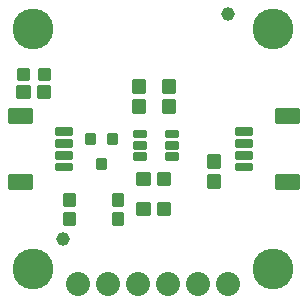
<source format=gts>
G04 EAGLE Gerber RS-274X export*
G75*
%MOMM*%
%FSLAX34Y34*%
%LPD*%
%INSoldermask Top*%
%IPPOS*%
%AMOC8*
5,1,8,0,0,1.08239X$1,22.5*%
G01*
%ADD10C,1.152400*%
%ADD11C,3.454400*%
%ADD12C,0.243431*%
%ADD13C,0.255816*%
%ADD14C,0.253525*%
%ADD15C,0.256031*%
%ADD16C,2.032000*%
%ADD17C,0.257147*%
%ADD18C,0.449434*%
%ADD19C,0.252575*%


D10*
X50800Y50800D03*
X190500Y241300D03*
D11*
X228600Y25400D03*
X25400Y25400D03*
X228600Y228600D03*
X25400Y228600D03*
D12*
X4505Y160545D02*
X4505Y149455D01*
X4505Y160545D02*
X23595Y160545D01*
X23595Y149455D01*
X4505Y149455D01*
X4505Y151767D02*
X23595Y151767D01*
X23595Y154079D02*
X4505Y154079D01*
X4505Y156391D02*
X23595Y156391D01*
X23595Y158703D02*
X4505Y158703D01*
X4505Y104545D02*
X4505Y93455D01*
X4505Y104545D02*
X23595Y104545D01*
X23595Y93455D01*
X4505Y93455D01*
X4505Y95767D02*
X23595Y95767D01*
X23595Y98079D02*
X4505Y98079D01*
X4505Y100391D02*
X23595Y100391D01*
X23595Y102703D02*
X4505Y102703D01*
D13*
X44567Y139517D02*
X44567Y144483D01*
X57033Y144483D01*
X57033Y139517D01*
X44567Y139517D01*
X44567Y141947D02*
X57033Y141947D01*
X57033Y144377D02*
X44567Y144377D01*
X44567Y134483D02*
X44567Y129517D01*
X44567Y134483D02*
X57033Y134483D01*
X57033Y129517D01*
X44567Y129517D01*
X44567Y131947D02*
X57033Y131947D01*
X57033Y134377D02*
X44567Y134377D01*
X44567Y124483D02*
X44567Y119517D01*
X44567Y124483D02*
X57033Y124483D01*
X57033Y119517D01*
X44567Y119517D01*
X44567Y121947D02*
X57033Y121947D01*
X57033Y124377D02*
X44567Y124377D01*
X44567Y114483D02*
X44567Y109517D01*
X44567Y114483D02*
X57033Y114483D01*
X57033Y109517D01*
X44567Y109517D01*
X44567Y111947D02*
X57033Y111947D01*
X57033Y114377D02*
X44567Y114377D01*
D12*
X249495Y104545D02*
X249495Y93455D01*
X230405Y93455D01*
X230405Y104545D01*
X249495Y104545D01*
X249495Y95767D02*
X230405Y95767D01*
X230405Y98079D02*
X249495Y98079D01*
X249495Y100391D02*
X230405Y100391D01*
X230405Y102703D02*
X249495Y102703D01*
X249495Y149455D02*
X249495Y160545D01*
X249495Y149455D02*
X230405Y149455D01*
X230405Y160545D01*
X249495Y160545D01*
X249495Y151767D02*
X230405Y151767D01*
X230405Y154079D02*
X249495Y154079D01*
X249495Y156391D02*
X230405Y156391D01*
X230405Y158703D02*
X249495Y158703D01*
D13*
X209433Y114483D02*
X209433Y109517D01*
X196967Y109517D01*
X196967Y114483D01*
X209433Y114483D01*
X209433Y111947D02*
X196967Y111947D01*
X196967Y114377D02*
X209433Y114377D01*
X209433Y119517D02*
X209433Y124483D01*
X209433Y119517D02*
X196967Y119517D01*
X196967Y124483D01*
X209433Y124483D01*
X209433Y121947D02*
X196967Y121947D01*
X196967Y124377D02*
X209433Y124377D01*
X209433Y129517D02*
X209433Y134483D01*
X209433Y129517D02*
X196967Y129517D01*
X196967Y134483D01*
X209433Y134483D01*
X209433Y131947D02*
X196967Y131947D01*
X196967Y134377D02*
X209433Y134377D01*
X209433Y139517D02*
X209433Y144483D01*
X209433Y139517D02*
X196967Y139517D01*
X196967Y144483D01*
X209433Y144483D01*
X209433Y141947D02*
X196967Y141947D01*
X196967Y144377D02*
X209433Y144377D01*
D14*
X144195Y157955D02*
X144195Y167945D01*
X144195Y157955D02*
X135205Y157955D01*
X135205Y167945D01*
X144195Y167945D01*
X144195Y160363D02*
X135205Y160363D01*
X135205Y162771D02*
X144195Y162771D01*
X144195Y165179D02*
X135205Y165179D01*
X135205Y167587D02*
X144195Y167587D01*
X144195Y174955D02*
X144195Y184945D01*
X144195Y174955D02*
X135205Y174955D01*
X135205Y184945D01*
X144195Y184945D01*
X144195Y177363D02*
X135205Y177363D01*
X135205Y179771D02*
X144195Y179771D01*
X144195Y182179D02*
X135205Y182179D01*
X135205Y184587D02*
X144195Y184587D01*
X182295Y104445D02*
X182295Y94455D01*
X173305Y94455D01*
X173305Y104445D01*
X182295Y104445D01*
X182295Y96863D02*
X173305Y96863D01*
X173305Y99271D02*
X182295Y99271D01*
X182295Y101679D02*
X173305Y101679D01*
X173305Y104087D02*
X182295Y104087D01*
X182295Y111455D02*
X182295Y121445D01*
X182295Y111455D02*
X173305Y111455D01*
X173305Y121445D01*
X182295Y121445D01*
X182295Y113863D02*
X173305Y113863D01*
X173305Y116271D02*
X182295Y116271D01*
X182295Y118679D02*
X173305Y118679D01*
X173305Y121087D02*
X182295Y121087D01*
X118795Y157955D02*
X118795Y167945D01*
X118795Y157955D02*
X109805Y157955D01*
X109805Y167945D01*
X118795Y167945D01*
X118795Y160363D02*
X109805Y160363D01*
X109805Y162771D02*
X118795Y162771D01*
X118795Y165179D02*
X109805Y165179D01*
X109805Y167587D02*
X118795Y167587D01*
X118795Y174955D02*
X118795Y184945D01*
X118795Y174955D02*
X109805Y174955D01*
X109805Y184945D01*
X118795Y184945D01*
X118795Y177363D02*
X109805Y177363D01*
X109805Y179771D02*
X118795Y179771D01*
X118795Y182179D02*
X109805Y182179D01*
X109805Y184587D02*
X118795Y184587D01*
D15*
X119497Y137526D02*
X110755Y137526D01*
X110755Y142078D01*
X119497Y142078D01*
X119497Y137526D01*
X119497Y139958D02*
X110755Y139958D01*
X110755Y128026D02*
X119497Y128026D01*
X110755Y128026D02*
X110755Y132578D01*
X119497Y132578D01*
X119497Y128026D01*
X119497Y130458D02*
X110755Y130458D01*
X110755Y118526D02*
X119497Y118526D01*
X110755Y118526D02*
X110755Y123078D01*
X119497Y123078D01*
X119497Y118526D01*
X119497Y120958D02*
X110755Y120958D01*
X138060Y118526D02*
X146802Y118526D01*
X138060Y118526D02*
X138060Y123078D01*
X146802Y123078D01*
X146802Y118526D01*
X146802Y120958D02*
X138060Y120958D01*
X138060Y128026D02*
X146802Y128026D01*
X138060Y128026D02*
X138060Y132578D01*
X146802Y132578D01*
X146802Y128026D01*
X146802Y130458D02*
X138060Y130458D01*
X138060Y137526D02*
X146802Y137526D01*
X138060Y137526D02*
X138060Y142078D01*
X146802Y142078D01*
X146802Y137526D01*
X146802Y139958D02*
X138060Y139958D01*
D14*
X140495Y106095D02*
X130505Y106095D01*
X140495Y106095D02*
X140495Y97105D01*
X130505Y97105D01*
X130505Y106095D01*
X130505Y99513D02*
X140495Y99513D01*
X140495Y101921D02*
X130505Y101921D01*
X130505Y104329D02*
X140495Y104329D01*
X123495Y106095D02*
X113505Y106095D01*
X123495Y106095D02*
X123495Y97105D01*
X113505Y97105D01*
X113505Y106095D01*
X113505Y99513D02*
X123495Y99513D01*
X123495Y101921D02*
X113505Y101921D01*
X113505Y104329D02*
X123495Y104329D01*
D16*
X63500Y12700D03*
X88900Y12700D03*
X114300Y12700D03*
X139700Y12700D03*
X165100Y12700D03*
X190500Y12700D03*
D17*
X95527Y139707D02*
X88573Y139707D01*
X95527Y139707D02*
X95527Y131753D01*
X88573Y131753D01*
X88573Y139707D01*
X88573Y134195D02*
X95527Y134195D01*
X95527Y136637D02*
X88573Y136637D01*
X88573Y139079D02*
X95527Y139079D01*
X76527Y139707D02*
X69573Y139707D01*
X76527Y139707D02*
X76527Y131753D01*
X69573Y131753D01*
X69573Y139707D01*
X69573Y134195D02*
X76527Y134195D01*
X76527Y136637D02*
X69573Y136637D01*
X69573Y139079D02*
X76527Y139079D01*
X79073Y118707D02*
X86027Y118707D01*
X86027Y110753D01*
X79073Y110753D01*
X79073Y118707D01*
X79073Y113195D02*
X86027Y113195D01*
X86027Y115637D02*
X79073Y115637D01*
X79073Y118079D02*
X86027Y118079D01*
D18*
X20145Y186985D02*
X20145Y194015D01*
X20145Y186985D02*
X13115Y186985D01*
X13115Y194015D01*
X20145Y194015D01*
X20145Y191254D02*
X13115Y191254D01*
X37685Y194015D02*
X37685Y186985D01*
X30655Y186985D01*
X30655Y194015D01*
X37685Y194015D01*
X37685Y191254D02*
X30655Y191254D01*
D14*
X21895Y170765D02*
X11905Y170765D01*
X11905Y179755D01*
X21895Y179755D01*
X21895Y170765D01*
X21895Y173173D02*
X11905Y173173D01*
X11905Y175581D02*
X21895Y175581D01*
X21895Y177989D02*
X11905Y177989D01*
X28905Y170765D02*
X38895Y170765D01*
X28905Y170765D02*
X28905Y179755D01*
X38895Y179755D01*
X38895Y170765D01*
X38895Y173173D02*
X28905Y173173D01*
X28905Y175581D02*
X38895Y175581D01*
X38895Y177989D02*
X28905Y177989D01*
X113505Y71705D02*
X123495Y71705D01*
X113505Y71705D02*
X113505Y80695D01*
X123495Y80695D01*
X123495Y71705D01*
X123495Y74113D02*
X113505Y74113D01*
X113505Y76521D02*
X123495Y76521D01*
X123495Y78929D02*
X113505Y78929D01*
X130505Y71705D02*
X140495Y71705D01*
X130505Y71705D02*
X130505Y80695D01*
X140495Y80695D01*
X140495Y71705D01*
X140495Y74113D02*
X130505Y74113D01*
X130505Y76521D02*
X140495Y76521D01*
X140495Y78929D02*
X130505Y78929D01*
D19*
X100699Y79701D02*
X92701Y79701D01*
X92701Y88699D01*
X100699Y88699D01*
X100699Y79701D01*
X100699Y82101D02*
X92701Y82101D01*
X92701Y84501D02*
X100699Y84501D01*
X100699Y86901D02*
X92701Y86901D01*
X92701Y63701D02*
X100699Y63701D01*
X92701Y63701D02*
X92701Y72699D01*
X100699Y72699D01*
X100699Y63701D01*
X100699Y66101D02*
X92701Y66101D01*
X92701Y68501D02*
X100699Y68501D01*
X100699Y70901D02*
X92701Y70901D01*
X59699Y63701D02*
X51701Y63701D01*
X51701Y72699D01*
X59699Y72699D01*
X59699Y63701D01*
X59699Y66101D02*
X51701Y66101D01*
X51701Y68501D02*
X59699Y68501D01*
X59699Y70901D02*
X51701Y70901D01*
X51701Y79701D02*
X59699Y79701D01*
X51701Y79701D02*
X51701Y88699D01*
X59699Y88699D01*
X59699Y79701D01*
X59699Y82101D02*
X51701Y82101D01*
X51701Y84501D02*
X59699Y84501D01*
X59699Y86901D02*
X51701Y86901D01*
M02*

</source>
